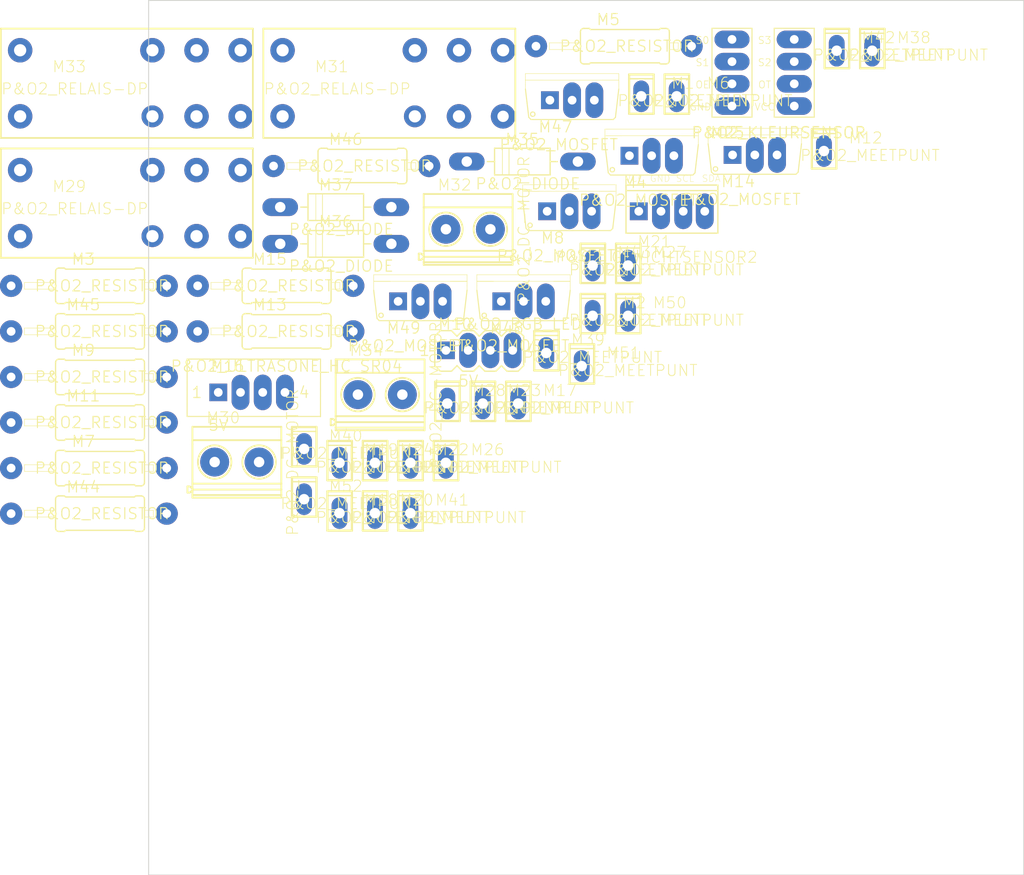
<source format=kicad_pcb>
(kicad_pcb (version 20211014) (generator pcbnew)
  (layers (0 "F.Cu" signal) (31 "B.Cu" signal) (34 "B.Paste" user) (35 "F.Paste" user) (36 "B.SilkS" user "B.Silkscreen") (37 "F.SilkS" user "F.Silkscreen") (38 "B.Mask" user) (39 "F.Mask" user) (44 "Edge.Cuts" user))
  (net 0 "")
  (net 1 "/5V")
  (net 2 "/PWM_LEDR")
  (net 3 "/GND")
  (net 4 "Net-(M4-Pad2)")
  (net 5 "Net-(M10-Pad1)")
  (net 6 "/PWM_LEDG")
  (net 7 "Net-(M8-Pad2)")
  (net 8 "Net-(M10-Pad3)")
  (net 9 "Net-(M10-Pad4)")
  (net 10 "Net-(M11-Pad1)")
  (net 11 "/PWM_LEDB")
  (net 12 "Net-(M14-Pad2)")
  (net 13 "/PWM_UTRIG")
  (net 14 "/D_UECHO")
  (net 15 "/D_WSCL")
  (net 16 "/D_WSDA")
  (net 17 "/D_KS3")
  (net 18 "/D_KS2")
  (net 19 "/D_KOUT")
  (net 20 "/12V")
  (net 21 "Net-(M29-Pad11)")
  (net 22 "Net-(M29-Pad21)")
  (net 23 "/D_RELM3")
  (net 24 "Net-(M31-Pad11)")
  (net 25 "Net-(M31-Pad21)")
  (net 26 "/D_RELM2")
  (net 27 "Net-(M33-Pad11)")
  (net 28 "Net-(M33-Pad21)")
  (net 29 "/D_RELM1")
  (net 30 "/PWM_M3")
  (net 31 "/PWM_M2")
  (net 32 "/PWM_M1")
  (footprint "1_P&O2_lib:P&O2_MEETPUNT" (layer "F.Cu") (at 188.95 55.75)
    (fp_text reference "M38" (at 3.5 -1.5) (layer "F.SilkS") (effects (font (size 1.27 1.27) (thickness 0.1016))))
    (fp_text value "P&O2_MEETPUNT" (at 4 0.5) (layer "F.SilkS") (effects (font (size 1.27 1.27) (thickness 0.1016))))
    (pad "1" thru_hole oval (at -1.27 0 180) (size 1.79832 3.59918) (drill 1.19888) (layers *.Cu *.Paste *.Mask) (net 3 "/GND"))
  )
  (footprint "1_P&O2_lib:P&O2_MEETPUNT" (layer "F.Cu") (at 151.71 90.31)
    (fp_text reference "M39" (at 3.5 -1.5) (layer "F.SilkS") (effects (font (size 1.27 1.27) (thickness 0.1016))))
    (fp_text value "P&O2_MEETPUNT" (at 4 0.5) (layer "F.SilkS") (effects (font (size 1.27 1.27) (thickness 0.1016))))
    (pad "1" thru_hole oval (at -1.27 0 180) (size 1.79832 3.59918) (drill 1.19888) (layers *.Cu *.Paste *.Mask) (net 3 "/GND"))
  )
  (footprint "1_P&O2_lib:P&O2_RELAY-DP" (layer "F.Cu") (at 102.9131 59.5746)
    (fp_text reference "M33" (at -6.985 -2.00406) (layer "F.SilkS") (effects (font (size 1.27 1.27) (thickness 0.1016))))
    (fp_text value "P&O2_RELAIS-DP" (at -6.35 0.5334) (layer "F.SilkS") (effects (font (size 1.27 1.27) (thickness 0.1016))))
    (pad "11" thru_hole circle locked (at 7.55904 3.67792) (size 2.794 2.794) (drill 1.39954) (layers *.Cu *.Paste *.Mask) (net 27 "Net-(M33-Pad11)"))
    (pad "12" thru_hole circle locked (at 2.51968 3.67792) (size 2.49936 2.49936) (drill 1.39954) (layers *.Cu *.Paste *.Mask) (net 20 "/12V"))
    (pad "14" thru_hole circle locked (at 12.5984 3.67792) (size 2.794 2.794) (drill 1.29794) (layers *.Cu *.Paste *.Mask) (net 3 "/GND"))
    (pad "21" thru_hole circle locked (at 7.55904 -3.87858) (size 2.794 2.794) (drill 1.39954) (layers *.Cu *.Paste *.Mask) (net 28 "Net-(M33-Pad21)"))
    (pad "22" thru_hole circle locked (at 2.51968 -3.87858) (size 2.794 2.794) (drill 1.39954) (layers *.Cu *.Paste *.Mask) (net 3 "/GND"))
    (pad "24" thru_hole circle locked (at 12.5984 -3.87858) (size 2.794 2.794) (drill 1.39954) (layers *.Cu *.Paste *.Mask) (net 20 "/12V"))
    (pad "A1" thru_hole circle locked (at -12.5984 3.67792) (size 2.794 2.794) (drill 1.39954) (layers *.Cu *.Paste *.Mask) (net 29 "/D_RELM1"))
    (pad "A2" thru_hole circle locked (at -12.5984 -3.87858) (size 2.794 2.794) (drill 1.39954) (layers *.Cu *.Paste *.Mask) (net 3 "/GND"))
  )
  (footprint "1_P&O2_lib:P&O2_2PIN-SCREW-5.08" (layer "F.Cu") (at 115.10434 102.80336)
    (fp_text reference "M30" (at -1.5748 -5.08) (layer "F.SilkS") (effects (font (size 1.27 1.27) (thickness 0.1016))))
    (fp_text value "P&O2_DC-MOTOR" (at 6.35 0 90) (layer "F.SilkS") (effects (font (size 1.27 1.27) (thickness 0.1016))))
    (pad "1" thru_hole circle locked (at -2.56032 -0.02286) (size 3.302 3.302) (drill 1.19888) (layers *.Cu *.Paste *.Mask) (net 21 "Net-(M29-Pad11)"))
    (pad "2" thru_hole circle locked (at 2.51714 -0.02286) (size 3.302 3.302) (drill 1.19888) (layers *.Cu *.Paste *.Mask) (net 22 "Net-(M29-Pad21)"))
  )
  (footprint "1_P&O2_lib:P&O2_MEETPUNT" (layer "F.Cu") (at 157.01 86.06)
    (fp_text reference "M2" (at 3.5 -1.5) (layer "F.SilkS") (effects (font (size 1.27 1.27) (thickness 0.1016))))
    (fp_text value "P&O2_MEETPUNT" (at 4 0.5) (layer "F.SilkS") (effects (font (size 1.27 1.27) (thickness 0.1016))))
    (pad "1" thru_hole oval (at -1.27 0 180) (size 1.79832 3.59918) (drill 1.19888) (layers *.Cu *.Paste *.Mask) (net 2 "/PWM_LEDR"))
  )
  (footprint "1_P&O2_lib:P&O2_TO220" (layer "F.Cu") (at 162.48096 65.21602)
    (fp_text reference "M4" (at -1.905 5.588) (layer "F.SilkS") (effects (font (size 1.27 1.27) (thickness 0.127))))
    (fp_text value "P&O2_MOSFET" (at -1.524 7.62) (layer "F.SilkS") (effects (font (size 1.27 1.27) (thickness 0.127))))
    (pad "1" thru_hole rect (at -2.54 2.54 180) (size 2.032 2.032) (drill 0.99822) (layers *.Cu *.Paste *.Mask) (net 2 "/PWM_LEDR"))
    (pad "2" thru_hole oval (at 0 2.54 180) (size 2.032 4.064) (drill 0.99822) (layers *.Cu *.Paste *.Mask) (net 4 "Net-(M4-Pad2)"))
    (pad "3" thru_hole oval (at 2.54 2.54 180) (size 2.032 4.064) (drill 0.99822) (layers *.Cu *.Paste *.Mask) (net 3 "/GND"))
  )
  (footprint "1_P&O2_lib:P&O2_2PIN-SCREW-5.08" (layer "F.Cu") (at 131.47434 95.09336)
    (fp_text reference "M34" (at -1.5748 -5.08) (layer "F.SilkS") (effects (font (size 1.27 1.27) (thickness 0.1016))))
    (fp_text value "P&O2_DC-MOTOR" (at 6.35 0 90) (layer "F.SilkS") (effects (font (size 1.27 1.27) (thickness 0.1016))))
    (pad "1" thru_hole circle locked (at -2.56032 -0.02286) (size 3.302 3.302) (drill 1.19888) (layers *.Cu *.Paste *.Mask) (net 27 "Net-(M33-Pad11)"))
    (pad "2" thru_hole circle locked (at 2.51714 -0.02286) (size 3.302 3.302) (drill 1.19888) (layers *.Cu *.Paste *.Mask) (net 28 "Net-(M33-Pad21)"))
  )
  (footprint "1_P&O2_lib:P&O2_MEETPUNT" (layer "F.Cu") (at 144.45 96.09)
    (fp_text reference "M23" (at 3.5 -1.5) (layer "F.SilkS") (effects (font (size 1.27 1.27) (thickness 0.1016))))
    (fp_text value "P&O2_MEETPUNT" (at 4 0.5) (layer "F.SilkS") (effects (font (size 1.27 1.27) (thickness 0.1016))))
    (pad "1" thru_hole oval (at -1.27 0 180) (size 1.79832 3.59918) (drill 1.19888) (layers *.Cu *.Paste *.Mask) (net 17 "/D_KS3"))
  )
  (footprint "1_P&O2_lib:P&O2_ULTRASONE" (layer "F.Cu") (at 116.76696 94.8165)
    (fp_text reference "M16" (at -2.75 -3) (layer "F.SilkS") (effects (font (size 1.27 1.27) (thickness 0.127))))
    (fp_text value "P&O2_ULTRASONE_HC_SR04" (at 4 -3) (layer "F.SilkS") (effects (font (size 1.27 1.27) (thickness 0.127))))
    (fp_text user "1" (at -6.25 0) (layer "F.SilkS") (effects (font (size 1.27 1.27) (thickness 0.127))))
    (fp_text user "5V" (at -3.81 3.75) (layer "F.SilkS") (effects (font (size 1.27 1.27) (thickness 0.127))))
    (fp_text user "4" (at 6 0) (layer "F.SilkS") (effects (font (size 1.27 1.27) (thickness 0.127))))
    (pad "1" thru_hole rect (at -3.81 0 180) (size 2.032 2) (drill 0.99822) (layers *.Cu *.Paste *.Mask) (net 1 "/5V"))
    (pad "2" thru_hole oval (at -1.27 0) (size 2.032 4) (drill 0.99822) (layers *.Cu *.Paste *.Mask) (net 13 "/PWM_UTRIG"))
    (pad "3" thru_hole oval (at 1.27 0 180) (size 2.032 4.064) (drill 0.99822) (layers *.Cu *.Paste *.Mask) (net 14 "/D_UECHO"))
    (pad "4" thru_hole oval (at 3.81 0 180) (size 2.032 4.064) (drill 0.99822) (layers *.Cu *.Paste *.Mask) (net 3 "/GND"))
  )
  (footprint "1_P&O2_lib:P&O2_MEETPUNT" (layer "F.Cu") (at 155.76 91.81)
    (fp_text reference "M51" (at 3.5 -1.5) (layer "F.SilkS") (effects (font (size 1.27 1.27) (thickness 0.1016))))
    (fp_text value "P&O2_MEETPUNT" (at 4 0.5) (layer "F.SilkS") (effects (font (size 1.27 1.27) (thickness 0.1016))))
    (pad "1" thru_hole oval (at -1.27 0 180) (size 1.79832 3.59918) (drill 1.19888) (layers *.Cu *.Paste *.Mask) (net 26 "/D_RELM2"))
  )
  (footprint "1_P&O2_lib:P&O2_2PIN-SCREW-5.08" (layer "F.Cu") (at 141.53434 76.18336)
    (fp_text reference "M32" (at -1.5748 -5.08) (layer "F.SilkS") (effects (font (size 1.27 1.27) (thickness 0.1016))))
    (fp_text value "P&O2_DC-MOTOR" (at 6.35 0 90) (layer "F.SilkS") (effects (font (size 1.27 1.27) (thickness 0.1016))))
    (pad "1" thru_hole circle locked (at -2.56032 -0.02286) (size 3.302 3.302) (drill 1.19888) (layers *.Cu *.Paste *.Mask) (net 24 "Net-(M31-Pad11)"))
    (pad "2" thru_hole circle locked (at 2.51714 -0.02286) (size 3.302 3.302) (drill 1.19888) (layers *.Cu *.Paste *.Mask) (net 25 "Net-(M31-Pad21)"))
  )
  (footprint "1_P&O2_lib:P&O2_MEETPUNT" (layer "F.Cu") (at 124.03 107.03)
    (fp_text reference "M52" (at 3.5 -1.5) (layer "F.SilkS") (effects (font (size 1.27 1.27) (thickness 0.1016))))
    (fp_text value "P&O2_MEETPUNT" (at 4 0.5) (layer "F.SilkS") (effects (font (size 1.27 1.27) (thickness 0.1016))))
    (pad "1" thru_hole oval (at -1.27 0 180) (size 1.79832 3.59918) (drill 1.19888) (layers *.Cu *.Paste *.Mask) (net 29 "/D_RELM1"))
  )
  (footprint "1_P&O2_lib:P&O2_RELAY-DP" (layer "F.Cu") (at 102.9131 73.2746)
    (fp_text reference "M29" (at -6.985 -2.00406) (layer "F.SilkS") (effects (font (size 1.27 1.27) (thickness 0.1016))))
    (fp_text value "P&O2_RELAIS-DP" (at -6.35 0.5334) (layer "F.SilkS") (effects (font (size 1.27 1.27) (thickness 0.1016))))
    (pad "11" thru_hole circle locked (at 7.55904 3.67792) (size 2.794 2.794) (drill 1.39954) (layers *.Cu *.Paste *.Mask) (net 21 "Net-(M29-Pad11)"))
    (pad "12" thru_hole circle locked (at 2.51968 3.67792) (size 2.49936 2.49936) (drill 1.39954) (layers *.Cu *.Paste *.Mask) (net 20 "/12V"))
    (pad "14" thru_hole circle locked (at 12.5984 3.67792) (size 2.794 2.794) (drill 1.29794) (layers *.Cu *.Paste *.Mask) (net 3 "/GND"))
    (pad "21" thru_hole circle locked (at 7.55904 -3.87858) (size 2.794 2.794) (drill 1.39954) (layers *.Cu *.Paste *.Mask) (net 22 "Net-(M29-Pad21)"))
    (pad "22" thru_hole circle locked (at 2.51968 -3.87858) (size 2.794 2.794) (drill 1.39954) (layers *.Cu *.Paste *.Mask) (net 3 "/GND"))
    (pad "24" thru_hole circle locked (at 12.5984 -3.87858) (size 2.794 2.794) (drill 1.39954) (layers *.Cu *.Paste *.Mask) (net 20 "/12V"))
    (pad "A1" thru_hole circle locked (at -12.5984 3.67792) (size 2.794 2.794) (drill 1.39954) (layers *.Cu *.Paste *.Mask) (net 23 "/D_RELM3"))
    (pad "A2" thru_hole circle locked (at -12.5984 -3.87858) (size 2.794 2.794) (drill 1.39954) (layers *.Cu *.Paste *.Mask) (net 3 "/GND"))
  )
  (footprint "1_P&O2_lib:P&O2_TO220" (layer "F.Cu") (at 147.84096 81.86602)
    (fp_text reference "M48" (at -1.905 5.588) (layer "F.SilkS") (effects (font (size 1.27 1.27) (thickness 0.127))))
    (fp_text value "P&O2_MOSFET" (at -1.524 7.62) (layer "F.SilkS") (effects (font (size 1.27 1.27) (thickness 0.127))))
    (pad "1" thru_hole rect (at -2.54 2.54 180) (size 2.032 2.032) (drill 0.99822) (layers *.Cu *.Paste *.Mask) (net 31 "/PWM_M2"))
    (pad "2" thru_hole oval (at 0 2.54 180) (size 2.032 4.064) (drill 0.99822) (layers *.Cu *.Paste *.Mask) (net 3 "/GND"))
    (pad "3" thru_hole oval (at 2.54 2.54 180) (size 2.032 4.064) (drill 0.99822) (layers *.Cu *.Paste *.Mask) (net 3 "/GND"))
  )
  (footprint "1_P&O2_lib:P&O2_MEETPUNT" (layer "F.Cu") (at 148.5 96.09)
    (fp_text reference "M17" (at 3.5 -1.5) (layer "F.SilkS") (effects (font (size 1.27 1.27) (thickness 0.1016))))
    (fp_text value "P&O2_MEETPUNT" (at 4 0.5) (layer "F.SilkS") (effects (font (size 1.27 1.27) (thickness 0.1016))))
    (pad "1" thru_hole oval (at -1.27 0 180) (size 1.79832 3.59918) (drill 1.19888) (layers *.Cu *.Paste *.Mask) (net 13 "/PWM_UTRIG"))
  )
  (footprint "1_P&O2_lib:P&O2_RESISTOR" (layer "F.Cu") (at 99.44346 93.0512)
    (fp_text reference "M9" (at -1.905 -3.048) (layer "F.SilkS") (effects (font (size 1.27 1.27) (thickness 0.127))))
    (fp_text value "P&O2_RESISTOR" (at 0.2286 0) (layer "F.SilkS") (effects (font (size 1.27 1.27) (thickness 0.127))))
    (pad "1" thru_hole circle (at -10.16 0) (size 2.54 2.54) (drill 0.99822) (layers *.Cu *.Paste *.Mask) (net 8 "Net-(M10-Pad3)"))
    (pad "2" thru_hole circle (at 7.62 0) (size 2.54 2.54) (drill 0.99822) (layers *.Cu *.Paste *.Mask) (net 7 "Net-(M8-Pad2)"))
  )
  (footprint "1_P&O2_lib:P&O2_RESISTOR" (layer "F.Cu") (at 99.44346 98.2612)
    (fp_text reference "M11" (at -1.905 -3.048) (layer "F.SilkS") (effects (font (size 1.27 1.27) (thickness 0.127))))
    (fp_text value "P&O2_RESISTOR" (at 0.2286 0) (layer "F.SilkS") (effects (font (size 1.27 1.27) (thickness 0.127))))
    (pad "1" thru_hole circle (at -10.16 0) (size 2.54 2.54) (drill 0.99822) (layers *.Cu *.Paste *.Mask) (net 10 "Net-(M11-Pad1)"))
    (pad "2" thru_hole circle (at 7.62 0) (size 2.54 2.54) (drill 0.99822) (layers *.Cu *.Paste *.Mask) (net 1 "/5V"))
  )
  (footprint "1_P&O2_lib:P&O2_TO220" (layer "F.Cu") (at 153.39096 58.86602)
    (fp_text reference "M47" (at -1.905 5.588) (layer "F.SilkS") (effects (font (size 1.27 1.27) (thickness 0.127))))
    (fp_text value "P&O2_MOSFET" (at -1.524 7.62) (layer "F.SilkS") (effects (font (size 1.27 1.27) (thickness 0.127))))
    (pad "1" thru_hole rect (at -2.54 2.54 180) (size 2.032 2.032) (drill 0.99822) (layers *.Cu *.Paste *.Mask) (net 30 "/PWM_M3"))
    (pad "2" thru_hole oval (at 0 2.54 180) (size 2.032 4.064) (drill 0.99822) (layers *.Cu *.Paste *.Mask) (net 3 "/GND"))
    (pad "3" thru_hole oval (at 2.54 2.54 180) (size 2.032 4.064) (drill 0.99822) (layers *.Cu *.Paste *.Mask) (net 3 "/GND"))
  )
  (footprint "1_P&O2_lib:P&O2_MEETPUNT" (layer "F.Cu") (at 184.9 55.75)
    (fp_text reference "M42" (at 3.5 -1.5) (layer "F.SilkS") (effects (font (size 1.27 1.27) (thickness 0.1016))))
    (fp_text value "P&O2_MEETPUNT" (at 4 0.5) (layer "F.SilkS") (effects (font (size 1.27 1.27) (thickness 0.1016))))
    (pad "1" thru_hole oval (at -1.27 0 180) (size 1.79832 3.59918) (drill 1.19888) (layers *.Cu *.Paste *.Mask) (net 31 "/PWM_M2"))
  )
  (footprint "1_P&O2_lib:P&O2_RESISTOR" (layer "F.Cu") (at 99.44346 108.6812)
    (fp_text reference "M44" (at -1.905 -3.048) (layer "F.SilkS") (effects (font (size 1.27 1.27) (thickness 0.127))))
    (fp_text value "P&O2_RESISTOR" (at 0.2286 0) (layer "F.SilkS") (effects (font (size 1.27 1.27) (thickness 0.127))))
    (pad "1" thru_hole circle (at -10.16 0) (size 2.54 2.54) (drill 0.99822) (layers *.Cu *.Paste *.Mask) (net 30 "/PWM_M3"))
    (pad "2" thru_hole circle (at 7.62 0) (size 2.54 2.54) (drill 0.99822) (layers *.Cu *.Paste *.Mask) (net 3 "/GND"))
  )
  (footprint "1_P&O2_lib:P&O2_MEETPUNT" (layer "F.Cu") (at 183.44 67.22)
    (fp_text reference "M12" (at 3.5 -1.5) (layer "F.SilkS") (effects (font (size 1.27 1.27) (thickness 0.1016))))
    (fp_text value "P&O2_MEETPUNT" (at 4 0.5) (layer "F.SilkS") (effects (font (size 1.27 1.27) (thickness 0.1016))))
    (pad "1" thru_hole oval (at -1.27 0 180) (size 1.79832 3.59918) (drill 1.19888) (layers *.Cu *.Paste *.Mask) (net 11 "/PWM_LEDB"))
  )
  (footprint "1_P&O2_lib:P&O2_MEETPUNT" (layer "F.Cu") (at 132.13 102.87)
    (fp_text reference "M24" (at 3.5 -1.5) (layer "F.SilkS") (effects (font (size 1.27 1.27) (thickness 0.1016))))
    (fp_text value "P&O2_MEETPUNT" (at 4 0.5) (layer "F.SilkS") (effects (font (size 1.27 1.27) (thickness 0.1016))))
    (pad "1" thru_hole oval (at -1.27 0 180) (size 1.79832 3.59918) (drill 1.19888) (layers *.Cu *.Paste *.Mask) (net 18 "/D_KS2"))
  )
  (footprint "1_P&O2_lib:P&O2_MEETPUNT" (layer "F.Cu") (at 124.03 101.28)
    (fp_text reference "M40" (at 3.5 -1.5) (layer "F.SilkS") (effects (font (size 1.27 1.27) (thickness 0.1016))))
    (fp_text value "P&O2_MEETPUNT" (at 4 0.5) (layer "F.SilkS") (effects (font (size 1.27 1.27) (thickness 0.1016))))
    (pad "1" thru_hole oval (at -1.27 0 180) (size 1.79832 3.59918) (drill 1.19888) (layers *.Cu *.Paste *.Mask) (net 3 "/GND"))
  )
  (footprint "1_P&O2_lib:P&O2_TO220" (layer "F.Cu") (at 174.27096 65.12602)
    (fp_text reference "M14" (at -1.905 5.588) (layer "F.SilkS") (effects (font (size 1.27 1.27) (thickness 0.127))))
    (fp_text value "P&O2_MOSFET" (at -1.524 7.62) (layer "F.SilkS") (effects (font (size 1.27 1.27) (thickness 0.127))))
    (pad "1" thru_hole rect (at -2.54 2.54 180) (size 2.032 2.032) (drill 0.99822) (layers *.Cu *.Paste *.Mask) (net 11 "/PWM_LEDB"))
    (pad "2" thru_hole oval (at 0 2.54 180) (size 2.032 4.064) (drill 0.99822) (layers *.Cu *.Paste *.Mask) (net 12 "Net-(M14-Pad2)"))
    (pad "3" thru_hole oval (at 2.54 2.54 180) (size 2.032 4.064) (drill 0.99822) (layers *.Cu *.Paste *.Mask) (net 3 "/GND"))
  )
  (footprint "1_P&O2_lib:P&O2_MEETPUNT" (layer "F.Cu") (at 140.4 96.09)
    (fp_text reference "M28" (at 3.5 -1.5) (layer "F.SilkS") (effects (font (size 1.27 1.27) (thickness 0.1016))))
    (fp_text value "P&O2_MEETPUNT" (at 4 0.5) (layer "F.SilkS") (effects (font (size 1.27 1.27) (thickness 0.1016))))
    (pad "1" thru_hole oval (at -1.27 0 180) (size 1.79832 3.59918) (drill 1.19888) (layers *.Cu *.Paste *.Mask) (net 20 "/12V"))
  )
  (footprint "1_P&O2_lib:P&O2_MEETPUNT" (layer "F.Cu") (at 161.06 80.31)
    (fp_text reference "M27" (at 3.5 -1.5) (layer "F.SilkS") (effects (font (size 1.27 1.27) (thickness 0.1016))))
    (fp_text value "P&O2_MEETPUNT" (at 4 0.5) (layer "F.SilkS") (effects (font (size 1.27 1.27) (thickness 0.1016))))
    (pad "1" thru_hole oval (at -1.27 0 180) (size 1.79832 3.59918) (drill 1.19888) (layers *.Cu *.Paste *.Mask) (net 3 "/GND"))
  )
  (footprint "1_P&O2_lib:P&O2_DIODE" (layer "F.Cu") (at 126.38546 77.8332)
    (fp_text reference "M36" (at 0 -2.54) (layer "F.SilkS") (effects (font (size 1.27 1.27) (thickness 0.127))))
    (fp_text value "P&O2_DIODE" (at 0.635 2.54) (layer "F.SilkS") (effects (font (size 1.27 1.27) (thickness 0.127))))
    (pad "A" thru_hole oval (at 6.35 0 90) (size 2.032 4.064) (drill 1.19888) (layers *.Cu *.Paste *.Mask) (net 3 "/GND"))
    (pad "C" thru_hole oval (at -6.35 0 90) (size 2.032 4.064) (drill 1.19888) (layers *.Cu *.Paste *.Mask) (net 20 "/12V"))
  )
  (footprint "1_P&O2_lib:P&O2_MEETPUNT" (layer "F.Cu") (at 162.56 60.96)
    (fp_text reference "M1" (at 3.5 -1.5) (layer "F.SilkS") (effects (font (size 1.27 1.27) (thickness 0.1016))))
    (fp_text value "P&O2_MEETPUNT" (at 4 0.5) (layer "F.SilkS") (effects (font (size 1.27 1.27) (thickness 0.1016))))
    (pad "1" thru_hole oval (at -1.27 0 180) (size 1.79832 3.59918) (drill 1.19888) (layers *.Cu *.Paste *.Mask) (net 1 "/5V"))
  )
  (footprint "1_P&O2_lib:P&O2_TO220" (layer "F.Cu") (at 136.05096 81.86602)
    (fp_text reference "M49" (at -1.905 5.588) (layer "F.SilkS") (effects (font (size 1.27 1.27) (thickness 0.127))))
    (fp_text value "P&O2_MOSFET" (at -1.524 7.62) (layer "F.SilkS") (effects (font (size 1.27 1.27) (thickness 0.127))))
    (pad "1" thru_hole rect (at -2.54 2.54 180) (size 2.032 2.032) (drill 0.99822) (layers *.Cu *.Paste *.Mask) (net 32 "/PWM_M1"))
    (pad "2" thru_hole oval (at 0 2.54 180) (size 2.032 4.064) (drill 0.99822) (layers *.Cu *.Paste *.Mask) (net 3 "/GND"))
    (pad "3" thru_hole oval (at 2.54 2.54 180) (size 2.032 4.064) (drill 0.99822) (layers *.Cu *.Paste *.Mask) (net 3 "/GND"))
  )
  (footprint "1_P&O2_lib:P&O2_MEETPUNT" (layer "F.Cu") (at 136.18 108.62)
    (fp_text reference "M41" (at 3.5 -1.5) (layer "F.SilkS") (effects (font (size 1.27 1.27) (thickness 0.1016))))
    (fp_text value "P&O2_MEETPUNT" (at 4 0.5) (layer "F.SilkS") (effects (font (size 1.27 1.27) (thickness 0.1016))))
    (pad "1" thru_hole oval (at -1.27 0 180) (size 1.79832 3.59918) (drill 1.19888) (layers *.Cu *.Paste *.Mask) (net 30 "/PWM_M3"))
  )
  (footprint "1_P&O2_lib:P&O2_RESISTOR" (layer "F.Cu") (at 99.44346 82.6312)
    (fp_text reference "M3" (at -1.905 -3.048) (layer "F.SilkS") (effects (font (size 1.27 1.27) (thickness 0.127))))
    (fp_text value "P&O2_RESISTOR" (at 0.2286 0) (layer "F.SilkS") (effects (font (size 1.27 1.27) (thickness 0.127))))
    (pad "1" thru_hole circle (at -10.16 0) (size 2.54 2.54) (drill 0.99822) (layers *.Cu *.Paste *.Mask) (net 2 "/PWM_LEDR"))
    (pad "2" thru_hole circle (at 7.62 0) (size 2.54 2.54) (drill 0.99822) (layers *.Cu *.Paste *.Mask) (net 3 "/GND"))
  )
  (footprint "1_P&O2_lib:P&O2_MEETPUNT" (layer "F.Cu") (at 166.61 60.96)
    (fp_text reference "M6" (at 3.5 -1.5) (layer "F.SilkS") (effects (font (size 1.27 1.27) (thickness 0.1016))))
    (fp_text value "P&O2_MEETPUNT" (at 4 0.5) (layer "F.SilkS") (effects (font (size 1.27 1.27) (thickness 0.1016))))
    (pad "1" thru_hole oval (at -1.27 0 180) (size 1.79832 3.59918) (drill 1.19888) (layers *.Cu *.Paste *.Mask) (net 6 "/PWM_LEDG"))
  )
  (footprint "1_P&O2_lib:P&O2_DIODE" (layer "F.Cu") (at 126.38546 73.6332)
    (fp_text reference "M37" (at 0 -2.54) (layer "F.SilkS") (effects (font (size 1.27 1.27) (thickness 0.127))))
    (fp_text value "P&O2_DIODE" (at 0.635 2.54) (layer "F.SilkS") (effects (font (size 1.27 1.27) (thickness 0.127))))
    (pad "A" thru_hole oval (at 6.35 0 90) (size 2.032 4.064) (drill 1.19888) (layers *.Cu *.Paste *.Mask) (net 3 "/GND"))
    (pad "C" thru_hole oval (at -6.35 0 90) (size 2.032 4.064) (drill 1.19888) (layers *.Cu *.Paste *.Mask) (net 20 "/12V"))
  )
  (footprint "1_P&O2_lib:P&O2_RESISTOR" (layer "F.Cu") (at 99.44346 87.8412)
    (fp_text reference "M45" (at -1.905 -3.048) (layer "F.SilkS") (effects (font (size 1.27 1.27) (thickness 0.127))))
    (fp_text value "P&O2_RESISTOR" (at 0.2286 0) (layer "F.SilkS") (effects (font (size 1.27 1.27) (thickness 0.127))))
    (pad "1" thru_hole circle (at -10.16 0) (size 2.54 2.54) (drill 0.99822) (layers *.Cu *.Paste *.Mask) (net 31 "/PWM_M2"))
    (pad "2" thru_hole circle (at 7.62 0) (size 2.54 2.54) (drill 0.99822) (layers *.Cu *.Paste *.Mask) (net 3 "/GND"))
  )
  (footprint "1_P&O2_lib:P&O2_MEETPUNT" (layer "F.Cu") (at 132.13 108.62)
    (fp_text reference "M20" (at 3.5 -1.5) (layer "F.SilkS") (effects (font (size 1.27 1.27) (thickness 0.1016))))
    (fp_text value "P&O2_MEETPUNT" (at 4 0.5) (layer "F.SilkS") (effects (font (size 1.27 1.27) (thickness 0.1016))))
    (pad "1" thru_hole oval (at -1.27 0 180) (size 1.79832 3.59918) (drill 1.19888) (layers *.Cu *.Paste *.Mask) (net 16 "/D_WSDA"))
  )
  (footprint "1_P&O2_lib:P&O2_MEETPUNT" (layer "F.Cu") (at 161.06 86.06)
    (fp_text reference "M50" (at 3.5 -1.5) (layer "F.SilkS") (effects (font (size 1.27 1.27) (thickness 0.1016))))
    (fp_text value "P&O2_MEETPUNT" (at 4 0.5) (layer "F.SilkS") (effects (font (size 1.27 1.27) (thickness 0.1016))))
    (pad "1" thru_hole oval (at -1.27 0 180) (size 1.79832 3.59918) (drill 1.19888) (layers *.Cu *.Paste *.Mask) (net 23 "/D_RELM3"))
  )
  (footprint "1_P&O2_lib:P&O2_DIODE" (layer "F.Cu") (at 147.70546 68.4232)
    (fp_text reference "M35" (at 0 -2.54) (layer "F.SilkS") (effects (font (size 1.27 1.27) (thickness 0.127))))
    (fp_text value "P&O2_DIODE" (at 0.635 2.54) (layer "F.SilkS") (effects (font (size 1.27 1.27) (thickness 0.127))))
    (pad "A" thru_hole oval (at 6.35 0 90) (size 2.032 4.064) (drill 1.19888) (layers *.Cu *.Paste *.Mask) (net 3 "/GND"))
    (pad "C" thru_hole oval (at -6.35 0 90) (size 2.032 4.064) (drill 1.19888) (layers *.Cu *.Paste *.Mask) (net 20 "/12V"))
  )
  (footprint "1_P&O2_lib:P&O2_RELAY-DP" (layer "F.Cu") (at 132.9031 59.5746)
    (fp_text reference "M31" (at -6.985 -2.00406) (layer "F.SilkS") (effects (font (size 1.27 1.27) (thickness 0.1016))))
    (fp_text value "P&O2_RELAIS-DP" (at -6.35 0.5334) (layer "F.SilkS") (effects (font (size 1.27 1.27) (thickness 0.1016))))
    (pad "11" thru_hole circle locked (at 7.55904 3.67792) (size 2.794 2.794) (drill 1.39954) (layers *.Cu *.Paste *.Mask) (net 24 "Net-(M31-Pad11)"))
    (pad "12" thru_hole circle locked (at 2.51968 3.67792) (size 2.49936 2.49936) (drill 1.39954) (layers *.Cu *.Paste *.Mask) (net 20 "/12V"))
    (pad "14" thru_hole circle locked (at 12.5984 3.67792) (size 2.794 2.794) (drill 1.29794) (layers *.Cu *.Paste *.Mask) (net 3 "/GND"))
    (pad "21" thru_hole circle locked (at 7.55904 -3.87858) (size 2.794 2.794) (drill 1.39954) (layers *.Cu *.Paste *.Mask) (net 25 "Net-(M31-Pad21)"))
    (pad "22" thru_hole circle locked (at 2.51968 -3.87858) (size 2.794 2.794) (drill 1.39954) (layers *.Cu *.Paste *.Mask) (net 3 "/GND"))
    (pad "24" thru_hole circle locked (at 12.5984 -3.87858) (size 2.794 2.794) (drill 1.39954) (layers *.Cu *.Paste *.Mask) (net 20 "/12V"))
    (pad "A1" thru_hole circle locked (at -12.5984 3.67792) (size 2.794 2.794) (drill 1.39954) (layers *.Cu *.Paste *.Mask) (net 26 "/D_RELM2"))
    (pad "A2" thru_hole circle locked (at -12.5984 -3.87858) (size 2.794 2.794) (drill 1.39954) (layers *.Cu *.Paste *.Mask) (net 3 "/GND"))
  )
  (footprint "1_P&O2_lib:P&O2_KLEURENSENSOR-8PIN" (layer "F.Cu") (at 175.21896 63.3465)
    (fp_text reference "M25" (at -4.064 1.778) (layer "F.SilkS") (effects (font (size 1.27 1.27))))
    (fp_text value "P&O2_KLEURSENSOR" (at 1.778 1.778) (layer "F.SilkS") (effects (font (size 1.27 1.27))))
    (fp_text user "OE" (at -6.9342 -3.7084) (layer "F.SilkS") (effects (font (size 0.8128 0.8128) (thickness 0.0762))))
    (fp_text user "VCC" (at 0.1778 -1.1684) (layer "F.SilkS") (effects (font (size 0.8128 0.8128) (thickness 0.0762))))
    (fp_text user "S2" (at 0.1778 -6.2484) (layer "F.SilkS") (effects (font (size 0.8128 0.8128) (thickness 0.0762))))
    (fp_text user "GND" (at -7.1628 -1.1684) (layer "F.SilkS") (effects (font (size 0.8128 0.8128) (thickness 0.0762))))
    (fp_text user "S1" (at -6.9342 -6.2484) (layer "F.SilkS") (effects (font (size 0.8128 0.8128) (thickness 0.0762))))
    (fp_text user "OT" (at 0.1778 -3.7084) (layer "F.SilkS") (effects (font (size 0.8128 0.8128) (thickness 0.0762))))
    (fp_text user "S3" (at 0.1778 -8.7884) (layer "F.SilkS") (effects (font (size 0.8128 0.8128) (thickness 0.0762))))
    (fp_text user "S0" (at -6.9342 -8.7884) (layer "F.SilkS") (effects (font (size 0.8128 0.8128) (thickness 0.0762))))
    (pad "1" thru_hole oval locked (at -3.556 -1.27 90) (size 2 4) (drill 1) (layers *.Cu *.Paste *.Mask) (net 3 "/GND"))
    (pad "2" thru_hole oval locked (at -3.556 -3.81 90) (size 2 4) (drill 1) (layers *.Cu *.Paste *.Mask) (net 3 "/GND"))
    (pad "3" thru_hole oval locked (at -3.556 -6.35 90) (size 2 4) (drill 1) (layers *.Cu *.Paste *.Mask) (net 1 "/5V"))
    (pad "4" thru_hole oval locked (at -3.556 -8.89 90) (size 2 4) (drill 1) (layers *.Cu *.Paste *.Mask) (net 3 "/GND"))
    (pad "5" thru_hole oval locked (at 3.556 -1.27 90) (size 2 4) (drill 1) (layers *.Cu *.Paste *.Mask) (net 1 "/5V"))
    (pad "6" thru_hole oval locked (at 3.556 -3.81 90) (size 2 4) (drill 1) (layers *.Cu *.Paste *.Mask) (net 19 "/D_KOUT"))
    (pad "7" thru_hole oval locked (at 3.556 -6.35 90) (size 2 4) (drill 1) (layers *.Cu *.Paste *.Mask) (net 18 "/D_KS2"))
    (pad "8" thru_hole oval locked (at 3.556 -8.89 90) (size 2 4) (drill 1) (layers *.Cu *.Paste *.Mask) (net 17 "/D_KS3"))
  )
  (footprint "1_P&O2_lib:P&O2_RESISTOR" (layer "F.Cu") (at 120.76346 87.8412)
    (fp_text reference "M13" (at -1.905 -3.048) (layer "F.SilkS") (effects (font (size 1.27 1.27) (thickness 0.127))))
    (fp_text value "P&O2_RESISTOR" (at 0.2286 0) (layer "F.SilkS") (effects (font (size 1.27 1.27) (thickness 0.127))))
    (pad "1" thru_hole circle (at -10.16 0) (size 2.54 2.54) (drill 0.99822) (layers *.Cu *.Paste *.Mask) (net 11 "/PWM_LEDB"))
    (pad "2" thru_hole circle (at 7.62 0) (size 2.54 2.54) (drill 0.99822) (layers *.Cu *.Paste *.Mask) (net 3 "/GND"))
  )
  (footprint "1_P&O2_lib:P&O2_MEETPUNT" (layer "F.Cu") (at 157.01 80.31)
    (fp_text reference "M43" (at 3.5 -1.5) (layer "F.SilkS") (effects (font (size 1.27 1.27) (thickness 0.1016))))
    (fp_text value "P&O2_MEETPUNT" (at 4 0.5) (layer "F.SilkS") (effects (font (size 1.27 1.27) (thickness 0.1016))))
    (pad "1" thru_hole oval (at -1.27 0 180) (size 1.79832 3.59918) (drill 1.19888) (layers *.Cu *.Paste *.Mask) (net 32 "/PWM_M1"))
  )
  (footprint "1_P&O2_lib:P&O2_TO220" (layer "F.Cu") (at 153.08096 71.56602)
    (fp_text reference "M8" (at -1.905 5.588) (layer "F.SilkS") (effects (font (size 1.27 1.27) (thickness 0.127))))
    (fp_text value "P&O2_MOSFET" (at -1.524 7.62) (layer "F.SilkS") (effects (font (size 1.27 1.27) (thickness 0.127))))
    (pad "1" thru_hole rect (at -2.54 2.54 180) (size 2.032 2.032) (drill 0.99822) (layers *.Cu *.Paste *.Mask) (net 6 "/PWM_LEDG"))
    (pad "2" thru_hole oval (at 0 2.54 180) (size 2.032 4.064) (drill 0.99822) (layers *.Cu *.Paste *.Mask) (net 7 "Net-(M8-Pad2)"))
    (pad "3" thru_hole oval (at 2.54 2.54 180) (size 2.032 4.064) (drill 0.99822) (layers *.Cu *.Paste *.Mask) (net 3 "/GND"))
  )
  (footprint "1_P&O2_lib:P&O2_RESISTOR" (layer "F.Cu") (at 120.76346 82.6312)
    (fp_text reference "M15" (at -1.905 -3.048) (layer "F.SilkS") (effects (font (size 1.27 1.27) (thickness 0.127))))
    (fp_text value "P&O2_RESISTOR" (at 0.2286 0) (layer "F.SilkS") (effects (font (size 1.27 1.27) (thickness 0.127))))
    (pad "1" thru_hole circle (at -10.16 0) (size 2.54 2.54) (drill 0.99822) (layers *.Cu *.Paste *.Mask) (net 9 "Net-(M10-Pad4)"))
    (pad "2" thru_hole circle (at 7.62 0) (size 2.54 2.54) (drill 0.99822) (layers *.Cu *.Paste *.Mask) (net 12 "Net-(M14-Pad2)"))
  )
  (footprint "1_P&O2_lib:P&O2_MEETPUNT" (layer "F.Cu") (at 128.08 102.87)
    (fp_text reference "M19" (at 3.5 -1.5) (layer "F.SilkS") (effects (font (size 1.27 1.27) (thickness 0.1016))))
    (fp_text value "P&O2_MEETPUNT" (at 4 0.5) (layer "F.SilkS") (effects (font (size 1.27 1.27) (thickness 0.1016))))
    (pad "1" thru_hole oval (at -1.27 0 180) (size 1.79832 3.59918) (drill 1.19888) (layers *.Cu *.Paste *.Mask) (net 15 "/D_WSCL"))
  )
  (footprint "1_P&O2_lib:P&O2_RGB_LED" (layer "F.Cu") (at 142.77966 90.0092)
    (fp_text reference "M10" (at -2.75 -3) (layer "F.SilkS") (effects (font (size 1.27 1.27) (thickness 0.127))))
    (fp_text value "P&O2_RGB_LED" (at 4.445 -3) (layer "F.SilkS") (effects (font (size 1.27 1.27) (thickness 0.127))))
    (fp_text user "4" (at 6 0) (layer "F.SilkS") (effects (font (size 1.27 1.27) (thickness 0.127))))
    (fp_text user "1" (at -6.25 0) (layer "F.SilkS") (effects (font (size 1.27 1.27) (thickness 0.127))))
    (fp_text user "5V" (at -1.25 3.5) (layer "F.SilkS") (effects (font (size 1.27 1.27) (thickness 0.127))))
    (pad "1" thru_hole rect (at -3.81 0 180) (size 2.032 2) (drill 0.99822) (layers *.Cu *.Paste *.Mask) (net 5 "Net-(M10-Pad1)"))
    (pad "2" thru_hole oval (at -1.27 0) (size 2.032 4) (drill 0.99822) (layers *.Cu *.Paste *.Mask) (net 1 "/5V"))
    (pad "3" thru_hole oval (at 1.27 0 180) (size 2.032 4.064) (drill 0.99822) (layers *.Cu *.Paste *.Mask) (net 8 "Net-(M10-Pad3)"))
    (pad "4" thru_hole oval (at 3.81 0 180) (size 2.032 4.064) (drill 0.99822) (layers *.Cu *.Paste *.Mask) (net 9 "Net-(M10-Pad4)"))
  )
  (footprint "1_P&O2_lib:P&O2_MEETPUNT" (layer "F.Cu") (at 128.08 108.62)
    (fp_text reference "M18" (at 3.5 -1.5) (layer "F.SilkS") (effects (font (size 1.27 1.27) (thickness 0.1016))))
    (fp_text value "P&O2_MEETPUNT" (at 4 0.5) (layer "F.SilkS") (effects (font (size 1.27 1.27) (thickness 0.1016))))
    (pad "1" thru_hole oval (at -1.27 0 180) (size 1.79832 3.59918) (drill 1.19888) (layers *.Cu *.Paste *.Mask) (net 14 "/D_UECHO"))
  )
  (footprint "1_P&O2_lib:P&O2_GEWICHTSENSOR-4PIN" (layer "F.Cu") (at 163.54966 74.1092)
    (fp_text reference "M21" (at -0.754 3.472) (layer "F.SilkS") (effects (font (size 1.27 1.27) (thickness 0.1016))))
    (fp_text value "P&O2_GEWICHTSENSOR2" (at -0.5 5.25) (layer "F.SilkS") (effects (font (size 1.27 1.27) (thickness 0.1016))))
    (fp_text user "SDA" (at 5.738 -3.75) (layer "F.SilkS") (effects (font (size 0.762 0.762) (thickness 0.0508))))
    (fp_text user "VCC" (at -3 -3.75) (layer "F.SilkS") (effects (font (size 0.762 0.762) (thickness 0.0508))))
    (fp_text user "GND" (at -0.104 -3.75) (layer "F.SilkS") (effects (font (size 0.762 0.762) (thickness 0.0508))))
    (fp_text user "SCL" (at 2.75 -3.75) (layer "F.SilkS") (effects (font (size 0.762 0.762) (thickness 0.0508))))
    (pad "1" thru_hole rect (at -2.54 0) (size 2.032 2.032) (drill 0.99822) (layers *.Cu *.Paste *.Mask) (net 1 "/5V"))
    (pad "2" thru_hole oval (at 0 0 180) (size 2.032 4.064) (drill 0.99822) (layers *.Cu *.Paste *.Mask) (net 3 "/GND"))
    (pad "3" thru_hole oval (at 2.54 0 180) (size 2.032 4.064) (drill 0.99822) (layers *.Cu *.Paste *.Mask) (net 15 "/D_WSCL"))
    (pad "4" thru_hole oval (at 5 0 180) (size 2.032 4.064) (drill 0.99822) (layers *.Cu *.Paste *.Mask) (net 16 "/D_WSDA"))
  )
  (footprint "1_P&O2_lib:P&O2_MEETPUNT" (layer "F.Cu") (at 136.18 102.87)
    (fp_text reference "M22" (at 3.5 -1.5) (layer "F.SilkS") (effects (font (size 1.27 1.27) (thickness 0.1016))))
    (fp_text value "P&O2_MEETPUNT" (at 4 0.5) (layer "F.SilkS") (effects (font (size 1.27 1.27) (thickness 0.1016))))
    (pad "1" thru_hole oval (at -1.27 0 180) (size 1.79832 3.59918) (drill 1.19888) (layers *.Cu *.Paste *.Mask) (net 1 "/5V"))
  )
  (footprint "1_P&O2_lib:P&O2_RESISTOR" (layer "F.Cu") (at 99.44346 103.4712)
    (fp_text reference "M7" (at -1.905 -3.048) (layer "F.SilkS") (effects (font (size 1.27 1.27) (thickness 0.127))))
    (fp_text value "P&O2_RESISTOR" (at 0.2286 0) (layer "F.SilkS") (effects (font (size 1.27 1.27) (thickness 0.127))))
    (pad "1" thru_hole circle (at -10.16 0) (size 2.54 2.54) (drill 0.99822) (layers *.Cu *.Paste *.Mask) (net 6 "/PWM_LEDG"))
    (pad "2" thru_hole circle (at 7.62 0) (size 2.54 2.54) (drill 0.99822) (layers *.Cu *.Paste *.Mask) (net 3 "/GND"))
  )
  (footprint "1_P&O2_lib:P&O2_RESISTOR" (layer "F.Cu") (at 129.43346 68.9312)
    (fp_text reference "M46" (at -1.905 -3.048) (layer "F.SilkS") (effects (font (size 1.27 1.27) (thickness 0.127))))
    (fp_text value "P&O2_RESISTOR" (at 0.2286 0) (layer "F.SilkS") (effects (font (size 1.27 1.27) (thickness 0.127))))
    (pad "1" thru_hole circle (at -10.16 0) (size 2.54 2.54) (drill 0.99822) (layers *.Cu *.Paste *.Mask) (net 32 "/PWM_M1"))
    (pad "2" thru_hole circle (at 7.62 0) (size 2.54 2.54) (drill 0.99822) (layers *.Cu *.Paste *.Mask) (net 3 "/GND"))
  )
  (footprint "1_P&O2_lib:P&O2_RESISTOR" (layer "F.Cu") (at 159.42346 55.2312)
    (fp_text reference "M5" (at -1.905 -3.048) (layer "F.SilkS") (effects (font (size 1.27 1.27) (thickness 0.127))))
    (fp_text value "P&O2_RESISTOR" (at 0.2286 0) (layer "F.SilkS") (effects (font (size 1.27 1.27) (thickness 0.127))))
    (pad "1" thru_hole circle (at -10.16 0) (size 2.54 2.54) (drill 0.99822) (layers *.Cu *.Paste *.Mask) (net 5 "Net-(M10-Pad1)"))
    (pad "2" thru_hole circle (at 7.62 0) (size 2.54 2.54) (drill 0.99822) (layers *.Cu *.Paste *.Mask) (net 4 "Net-(M4-Pad2)"))
  )
  (footprint "1_P&O2_lib:P&O2_MEETPUNT" (layer "F.Cu") (at 140.23 102.87)
    (fp_text reference "M26" (at 3.5 -1.5) (layer "F.SilkS") (effects (font (size 1.27 1.27) (thickness 0.1016))))
    (fp_text value "P&O2_MEETPUNT" (at 4 0.5) (layer "F.SilkS") (effects (font (size 1.27 1.27) (thickness 0.1016))))
    (pad "1" thru_hole oval (at -1.27 0 180) (size 1.79832 3.59918) (drill 1.19888) (layers *.Cu *.Paste *.Mask) (net 19 "/D_KOUT"))
  )
  (gr_line (start 105 150) (end 105 50) (layer "Edge.Cuts") (width 0.1))
  (gr_line (start 105 50) (end 205 50) (layer "Edge.Cuts") (width 0.1))
  (gr_line (start 205 50) (end 205 150) (layer "Edge.Cuts") (width 0.1))
  (gr_line (start 205 150) (end 105 150) (layer "Edge.Cuts") (width 0.1))
)
</source>
